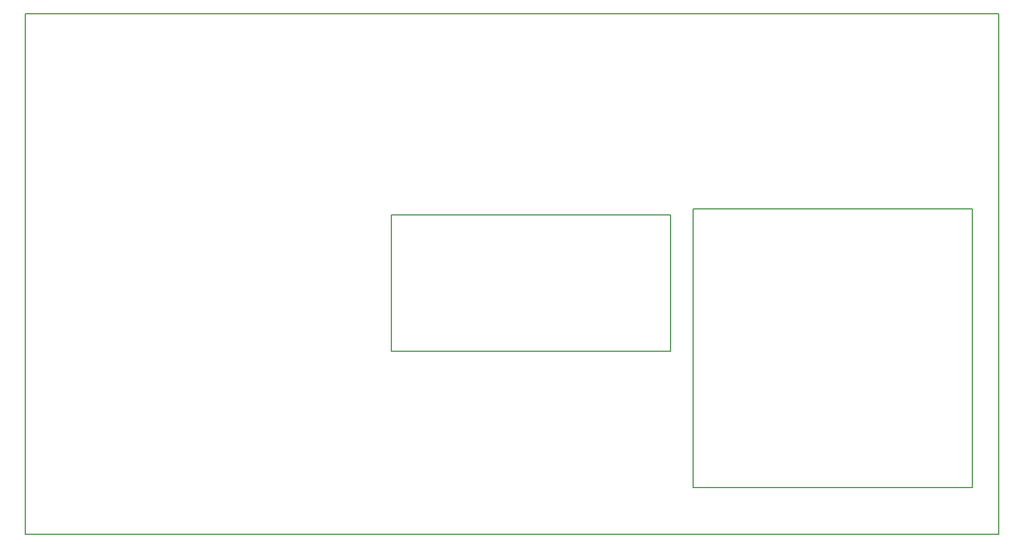
<source format=gbr>
%TF.GenerationSoftware,KiCad,Pcbnew,8.0.1*%
%TF.CreationDate,2024-09-29T00:08:18-03:00*%
%TF.ProjectId,placa de interface clp,706c6163-6120-4646-9520-696e74657266,rev?*%
%TF.SameCoordinates,Original*%
%TF.FileFunction,Profile,NP*%
%FSLAX46Y46*%
G04 Gerber Fmt 4.6, Leading zero omitted, Abs format (unit mm)*
G04 Created by KiCad (PCBNEW 8.0.1) date 2024-09-29 00:08:18*
%MOMM*%
%LPD*%
G01*
G04 APERTURE LIST*
%TA.AperFunction,Profile*%
%ADD10C,0.200000*%
%TD*%
G04 APERTURE END LIST*
D10*
X199560000Y-150170000D02*
X49560000Y-150170000D01*
X49560000Y-70000000D02*
X199560000Y-70000000D01*
X152500000Y-100000000D02*
X195500000Y-100000000D01*
X195500000Y-143000000D01*
X152500000Y-143000000D01*
X152500000Y-100000000D01*
X49560000Y-70000000D02*
X49560000Y-150170000D01*
X199560000Y-70000000D02*
X199560000Y-150170000D01*
X106000000Y-101000000D02*
X149000000Y-101000000D01*
X149000000Y-122000000D01*
X106000000Y-122000000D01*
X106000000Y-101000000D01*
M02*

</source>
